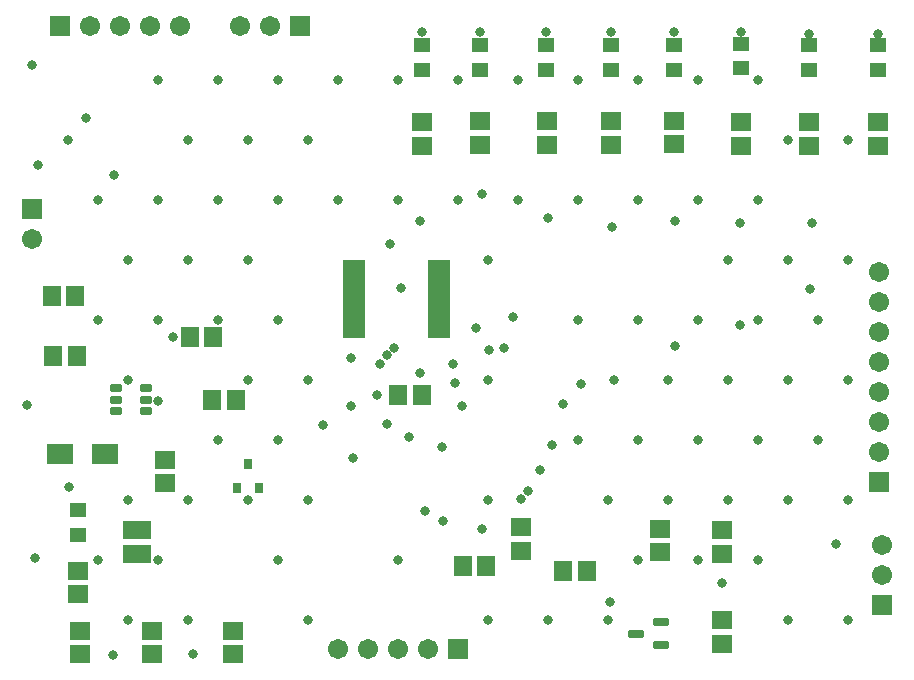
<source format=gts>
G04*
G04 #@! TF.GenerationSoftware,Altium Limited,Altium Designer,20.1.14 (287)*
G04*
G04 Layer_Color=8388736*
%FSLAX25Y25*%
%MOIN*%
G70*
G04*
G04 #@! TF.SameCoordinates,77D899AC-DA5C-4649-B6D6-03D989B7329D*
G04*
G04*
G04 #@! TF.FilePolarity,Negative*
G04*
G01*
G75*
%ADD15R,0.09540X0.06115*%
%ADD16R,0.08700X0.06700*%
%ADD17R,0.07690X0.02572*%
%ADD18R,0.06312X0.06706*%
%ADD19R,0.05524X0.05131*%
%ADD20R,0.06706X0.06312*%
G04:AMPARAMS|DCode=21|XSize=29.65mil|YSize=39.5mil|CornerRadius=5.95mil|HoleSize=0mil|Usage=FLASHONLY|Rotation=270.000|XOffset=0mil|YOffset=0mil|HoleType=Round|Shape=RoundedRectangle|*
%AMROUNDEDRECTD21*
21,1,0.02965,0.02760,0,0,270.0*
21,1,0.01776,0.03950,0,0,270.0*
1,1,0.01190,-0.01380,-0.00888*
1,1,0.01190,-0.01380,0.00888*
1,1,0.01190,0.01380,0.00888*
1,1,0.01190,0.01380,-0.00888*
%
%ADD21ROUNDEDRECTD21*%
%ADD22R,0.03150X0.03543*%
G04:AMPARAMS|DCode=23|XSize=51.18mil|YSize=23.62mil|CornerRadius=2.01mil|HoleSize=0mil|Usage=FLASHONLY|Rotation=180.000|XOffset=0mil|YOffset=0mil|HoleType=Round|Shape=RoundedRectangle|*
%AMROUNDEDRECTD23*
21,1,0.05118,0.01961,0,0,180.0*
21,1,0.04717,0.02362,0,0,180.0*
1,1,0.00402,-0.02358,0.00980*
1,1,0.00402,0.02358,0.00980*
1,1,0.00402,0.02358,-0.00980*
1,1,0.00402,-0.02358,-0.00980*
%
%ADD23ROUNDEDRECTD23*%
%ADD24C,0.06706*%
%ADD25R,0.06706X0.06706*%
%ADD26R,0.06706X0.06706*%
%ADD27C,0.03200*%
D15*
X424500Y168500D02*
D03*
Y160350D02*
D03*
D16*
X399050Y194000D02*
D03*
X413950D02*
D03*
D17*
X496827Y257016D02*
D03*
Y254457D02*
D03*
Y251898D02*
D03*
Y249339D02*
D03*
Y246779D02*
D03*
Y244220D02*
D03*
Y241661D02*
D03*
Y239102D02*
D03*
Y236543D02*
D03*
Y233984D02*
D03*
X525173Y257016D02*
D03*
Y254457D02*
D03*
Y251898D02*
D03*
Y249339D02*
D03*
Y246779D02*
D03*
Y244220D02*
D03*
Y241661D02*
D03*
Y239102D02*
D03*
Y236543D02*
D03*
Y233984D02*
D03*
D18*
X511626Y213500D02*
D03*
X519500D02*
D03*
X442063Y233000D02*
D03*
X449937D02*
D03*
X403937Y246500D02*
D03*
X396063D02*
D03*
X404437Y226500D02*
D03*
X396563D02*
D03*
X457437Y212000D02*
D03*
X449563D02*
D03*
X566563Y155000D02*
D03*
X574437D02*
D03*
X533063Y156500D02*
D03*
X540937D02*
D03*
D19*
X405000Y166866D02*
D03*
Y175134D02*
D03*
X519500Y321866D02*
D03*
Y330134D02*
D03*
X539000Y321866D02*
D03*
Y330134D02*
D03*
X561000Y321866D02*
D03*
Y330134D02*
D03*
X582500Y321866D02*
D03*
Y330134D02*
D03*
X603500Y321866D02*
D03*
Y330134D02*
D03*
X626000Y322366D02*
D03*
Y330634D02*
D03*
X648500Y321866D02*
D03*
Y330134D02*
D03*
X671500Y321866D02*
D03*
Y330134D02*
D03*
D20*
X405000Y154937D02*
D03*
Y147063D02*
D03*
X405500Y127063D02*
D03*
Y134937D02*
D03*
X456500Y127126D02*
D03*
Y135000D02*
D03*
X429500Y127063D02*
D03*
Y134937D02*
D03*
X434000Y184063D02*
D03*
Y191937D02*
D03*
X671500Y304437D02*
D03*
Y296563D02*
D03*
X648500Y304437D02*
D03*
Y296563D02*
D03*
X626000Y304437D02*
D03*
Y296563D02*
D03*
X603500Y304937D02*
D03*
Y297063D02*
D03*
X582500Y304874D02*
D03*
Y297000D02*
D03*
X561110Y304874D02*
D03*
Y297000D02*
D03*
X539000Y304874D02*
D03*
Y297000D02*
D03*
X599000Y161063D02*
D03*
Y168937D02*
D03*
X519500Y304437D02*
D03*
Y296563D02*
D03*
X552500Y161500D02*
D03*
Y169374D02*
D03*
X619500Y168437D02*
D03*
Y160563D02*
D03*
Y130500D02*
D03*
Y138374D02*
D03*
D21*
X427520Y208260D02*
D03*
Y212000D02*
D03*
Y215740D02*
D03*
X417480D02*
D03*
Y212000D02*
D03*
Y208260D02*
D03*
D22*
X461500Y190437D02*
D03*
X465240Y182563D02*
D03*
X457760D02*
D03*
D23*
X590866Y134000D02*
D03*
X599134Y137740D02*
D03*
Y130260D02*
D03*
D24*
X673000Y163500D02*
D03*
Y153500D02*
D03*
X389500Y265500D02*
D03*
X521500Y129000D02*
D03*
X511500D02*
D03*
X501500D02*
D03*
X491500D02*
D03*
X672000Y254500D02*
D03*
Y244500D02*
D03*
Y234500D02*
D03*
Y224500D02*
D03*
Y214500D02*
D03*
Y204500D02*
D03*
Y194500D02*
D03*
X469000Y336500D02*
D03*
X459000D02*
D03*
X439000D02*
D03*
X429000D02*
D03*
X419000D02*
D03*
X409000D02*
D03*
D25*
X673000Y143500D02*
D03*
X389500Y275500D02*
D03*
X672000Y184500D02*
D03*
D26*
X531500Y129000D02*
D03*
X479000Y336500D02*
D03*
X399000D02*
D03*
D27*
X390415Y159043D02*
D03*
X387915Y210043D02*
D03*
X391415Y290043D02*
D03*
X389415Y323543D02*
D03*
X512415Y249043D02*
D03*
X496415Y192543D02*
D03*
X495797Y209868D02*
D03*
X515301Y199657D02*
D03*
X526415Y171543D02*
D03*
X526233Y196043D02*
D03*
X546915Y229043D02*
D03*
X572415Y217043D02*
D03*
X661415Y298543D02*
D03*
Y258543D02*
D03*
Y218543D02*
D03*
Y178543D02*
D03*
Y138543D02*
D03*
X641415Y298543D02*
D03*
Y258543D02*
D03*
X651415Y238543D02*
D03*
X641415Y218543D02*
D03*
X651415Y198543D02*
D03*
X641415Y178543D02*
D03*
Y138543D02*
D03*
X631415Y318543D02*
D03*
Y278543D02*
D03*
X621415Y258543D02*
D03*
X631415Y238543D02*
D03*
X621415Y218543D02*
D03*
X631415Y198543D02*
D03*
X621415Y178543D02*
D03*
X631415Y158543D02*
D03*
X611415Y318543D02*
D03*
Y278543D02*
D03*
Y238543D02*
D03*
X601415Y218543D02*
D03*
X611415Y198543D02*
D03*
X601415Y178543D02*
D03*
X611415Y158543D02*
D03*
X591415Y318543D02*
D03*
Y278543D02*
D03*
Y238543D02*
D03*
Y198543D02*
D03*
X581415Y178543D02*
D03*
X591415Y158543D02*
D03*
X581415Y138543D02*
D03*
X571415Y318543D02*
D03*
Y278543D02*
D03*
Y238543D02*
D03*
Y198543D02*
D03*
X561415Y138543D02*
D03*
X551415Y318543D02*
D03*
Y278543D02*
D03*
X541415Y258543D02*
D03*
Y218543D02*
D03*
Y178543D02*
D03*
Y138543D02*
D03*
X531415Y318543D02*
D03*
Y278543D02*
D03*
X511415Y318543D02*
D03*
Y278543D02*
D03*
Y158543D02*
D03*
X491415Y318543D02*
D03*
X481415Y298543D02*
D03*
X491415Y278543D02*
D03*
X481415Y218543D02*
D03*
Y178543D02*
D03*
Y138543D02*
D03*
X471415Y318543D02*
D03*
X461415Y298543D02*
D03*
X471415Y278543D02*
D03*
X461415Y258543D02*
D03*
X471415Y238543D02*
D03*
X461415Y218543D02*
D03*
X471415Y198543D02*
D03*
X461415Y178543D02*
D03*
X471415Y158543D02*
D03*
X451415Y318543D02*
D03*
X441415Y298543D02*
D03*
X451415Y278543D02*
D03*
X441415Y258543D02*
D03*
X451415Y238543D02*
D03*
Y198543D02*
D03*
X441415Y178543D02*
D03*
Y138543D02*
D03*
X431415Y318543D02*
D03*
Y278543D02*
D03*
X421415Y258543D02*
D03*
X431415Y238543D02*
D03*
X421415Y218543D02*
D03*
Y178543D02*
D03*
X431415Y158543D02*
D03*
X421415Y138543D02*
D03*
X401415Y298543D02*
D03*
X411415Y278543D02*
D03*
Y238543D02*
D03*
Y158543D02*
D03*
X520500Y175000D02*
D03*
X508000Y204000D02*
D03*
X671500Y334000D02*
D03*
X648500D02*
D03*
X626000Y334500D02*
D03*
X603500D02*
D03*
X582500D02*
D03*
X561000D02*
D03*
X539000D02*
D03*
X519500D02*
D03*
X619500Y151000D02*
D03*
X582138Y144492D02*
D03*
X431500Y211500D02*
D03*
X436500Y233000D02*
D03*
X443284Y127063D02*
D03*
X402000Y183000D02*
D03*
X416500Y127000D02*
D03*
X566500Y210500D02*
D03*
X604000Y230000D02*
D03*
X649000Y249000D02*
D03*
X530409Y217500D02*
D03*
X533000Y210000D02*
D03*
X530000Y224000D02*
D03*
X657500Y164000D02*
D03*
X649500Y271000D02*
D03*
X625500D02*
D03*
X604000Y271500D02*
D03*
X583000Y269500D02*
D03*
X561500Y272500D02*
D03*
X539500Y280500D02*
D03*
X519000Y271500D02*
D03*
X510300Y229200D02*
D03*
X507854Y226700D02*
D03*
X486500Y203500D02*
D03*
X504563Y213500D02*
D03*
X496000Y226000D02*
D03*
X519000Y221000D02*
D03*
X537500Y236000D02*
D03*
X505500Y224000D02*
D03*
X542000Y228500D02*
D03*
X550000Y239500D02*
D03*
X539500Y169000D02*
D03*
X625500Y237000D02*
D03*
X583500Y218500D02*
D03*
X552600Y178800D02*
D03*
X563000Y197000D02*
D03*
X559000Y188500D02*
D03*
X555000Y181500D02*
D03*
X509000Y264000D02*
D03*
X417000Y287000D02*
D03*
X407500Y306000D02*
D03*
M02*

</source>
